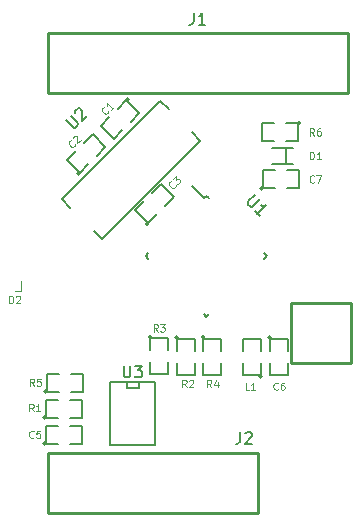
<source format=gbr>
G04 #@! TF.FileFunction,Legend,Top*
%FSLAX46Y46*%
G04 Gerber Fmt 4.6, Leading zero omitted, Abs format (unit mm)*
G04 Created by KiCad (PCBNEW (2015-08-30 BZR 6133)-product) date Fr 30 Okt 2015 20:46:54 CET*
%MOMM*%
G01*
G04 APERTURE LIST*
%ADD10C,0.100000*%
%ADD11C,0.127000*%
%ADD12C,0.254000*%
%ADD13C,0.203200*%
%ADD14C,0.101600*%
%ADD15C,0.150000*%
G04 APERTURE END LIST*
D10*
D11*
X98365000Y-105359000D02*
G75*
G03X98365000Y-105359000I-127000J0D01*
G01*
X98238000Y-106502000D02*
X98238000Y-105486000D01*
X98238000Y-105486000D02*
X99762000Y-105486000D01*
X99762000Y-105486000D02*
X99762000Y-106502000D01*
X99762000Y-107518000D02*
X99762000Y-108534000D01*
X99762000Y-108534000D02*
X98238000Y-108534000D01*
X98238000Y-108534000D02*
X98238000Y-107518000D01*
X100615000Y-105359000D02*
G75*
G03X100615000Y-105359000I-127000J0D01*
G01*
X100488000Y-106502000D02*
X100488000Y-105486000D01*
X100488000Y-105486000D02*
X102012000Y-105486000D01*
X102012000Y-105486000D02*
X102012000Y-106502000D01*
X102012000Y-107518000D02*
X102012000Y-108534000D01*
X102012000Y-108534000D02*
X100488000Y-108534000D01*
X100488000Y-108534000D02*
X100488000Y-107518000D01*
D12*
X87305000Y-120240000D02*
X105085000Y-120240000D01*
X105085000Y-115160000D02*
X87305000Y-115160000D01*
X105085000Y-115160000D02*
X105085000Y-120240000D01*
X87305000Y-120240000D02*
X87305000Y-115160000D01*
X87305000Y-84680000D02*
X112705000Y-84680000D01*
X87305000Y-79600000D02*
X112705000Y-79600000D01*
X112705000Y-79600000D02*
X112705000Y-84680000D01*
X87305000Y-84680000D02*
X87305000Y-79600000D01*
D11*
X95858901Y-95745730D02*
G75*
G03X95858901Y-95745730I-127000J0D01*
G01*
X96540124Y-94937507D02*
X95821704Y-95655927D01*
X95821704Y-95655927D02*
X94744073Y-94578296D01*
X94744073Y-94578296D02*
X95462493Y-93859876D01*
X96180914Y-93141455D02*
X96899334Y-92423035D01*
X96899334Y-92423035D02*
X97976965Y-93500666D01*
X97976965Y-93500666D02*
X97258545Y-94219086D01*
X94204137Y-85230232D02*
G75*
G03X94204137Y-85230232I-127000J0D01*
G01*
X93268914Y-86038455D02*
X93987334Y-85320035D01*
X93987334Y-85320035D02*
X95064965Y-86397666D01*
X95064965Y-86397666D02*
X94346545Y-87116086D01*
X93628124Y-87834507D02*
X92909704Y-88552927D01*
X92909704Y-88552927D02*
X91832073Y-87475296D01*
X91832073Y-87475296D02*
X92550493Y-86756876D01*
X90073382Y-91516249D02*
G75*
G03X90073382Y-91516249I-127000J0D01*
G01*
X90754605Y-90708026D02*
X90036185Y-91426446D01*
X90036185Y-91426446D02*
X88958554Y-90348815D01*
X88958554Y-90348815D02*
X89676974Y-89630395D01*
X90395395Y-88911974D02*
X91113815Y-88193554D01*
X91113815Y-88193554D02*
X92191446Y-89271185D01*
X92191446Y-89271185D02*
X91473026Y-89989605D01*
X87203500Y-114372000D02*
G75*
G03X87203500Y-114372000I-127000J0D01*
G01*
X88219500Y-114372000D02*
X87203500Y-114372000D01*
X87203500Y-114372000D02*
X87203500Y-112848000D01*
X87203500Y-112848000D02*
X88219500Y-112848000D01*
X89235500Y-112848000D02*
X90251500Y-112848000D01*
X90251500Y-112848000D02*
X90251500Y-114372000D01*
X90251500Y-114372000D02*
X89235500Y-114372000D01*
X106228000Y-105381000D02*
G75*
G03X106228000Y-105381000I-127000J0D01*
G01*
X106101000Y-106524000D02*
X106101000Y-105508000D01*
X106101000Y-105508000D02*
X107625000Y-105508000D01*
X107625000Y-105508000D02*
X107625000Y-106524000D01*
X107625000Y-107540000D02*
X107625000Y-108556000D01*
X107625000Y-108556000D02*
X106101000Y-108556000D01*
X106101000Y-108556000D02*
X106101000Y-107540000D01*
X105523500Y-92762000D02*
G75*
G03X105523500Y-92762000I-127000J0D01*
G01*
X106539500Y-92762000D02*
X105523500Y-92762000D01*
X105523500Y-92762000D02*
X105523500Y-91238000D01*
X105523500Y-91238000D02*
X106539500Y-91238000D01*
X107555500Y-91238000D02*
X108571500Y-91238000D01*
X108571500Y-91238000D02*
X108571500Y-92762000D01*
X108571500Y-92762000D02*
X107555500Y-92762000D01*
X105466000Y-108683000D02*
G75*
G03X105466000Y-108683000I-127000J0D01*
G01*
X105339000Y-107540000D02*
X105339000Y-108556000D01*
X105339000Y-108556000D02*
X103815000Y-108556000D01*
X103815000Y-108556000D02*
X103815000Y-107540000D01*
X103815000Y-106524000D02*
X103815000Y-105508000D01*
X103815000Y-105508000D02*
X105339000Y-105508000D01*
X105339000Y-105508000D02*
X105339000Y-106524000D01*
X87203500Y-112172000D02*
G75*
G03X87203500Y-112172000I-127000J0D01*
G01*
X88219500Y-112172000D02*
X87203500Y-112172000D01*
X87203500Y-112172000D02*
X87203500Y-110648000D01*
X87203500Y-110648000D02*
X88219500Y-110648000D01*
X89235500Y-110648000D02*
X90251500Y-110648000D01*
X90251500Y-110648000D02*
X90251500Y-112172000D01*
X90251500Y-112172000D02*
X89235500Y-112172000D01*
X96115000Y-105311500D02*
G75*
G03X96115000Y-105311500I-127000J0D01*
G01*
X95988000Y-106454500D02*
X95988000Y-105438500D01*
X95988000Y-105438500D02*
X97512000Y-105438500D01*
X97512000Y-105438500D02*
X97512000Y-106454500D01*
X97512000Y-107470500D02*
X97512000Y-108486500D01*
X97512000Y-108486500D02*
X95988000Y-108486500D01*
X95988000Y-108486500D02*
X95988000Y-107470500D01*
X87251000Y-109972000D02*
G75*
G03X87251000Y-109972000I-127000J0D01*
G01*
X88267000Y-109972000D02*
X87251000Y-109972000D01*
X87251000Y-109972000D02*
X87251000Y-108448000D01*
X87251000Y-108448000D02*
X88267000Y-108448000D01*
X89283000Y-108448000D02*
X90299000Y-108448000D01*
X90299000Y-108448000D02*
X90299000Y-109972000D01*
X90299000Y-109972000D02*
X89283000Y-109972000D01*
X108730500Y-87238000D02*
G75*
G03X108730500Y-87238000I-127000J0D01*
G01*
X107460500Y-87238000D02*
X108476500Y-87238000D01*
X108476500Y-87238000D02*
X108476500Y-88762000D01*
X108476500Y-88762000D02*
X107460500Y-88762000D01*
X106444500Y-88762000D02*
X105428500Y-88762000D01*
X105428500Y-88762000D02*
X105428500Y-87238000D01*
X105428500Y-87238000D02*
X106444500Y-87238000D01*
D13*
X92722000Y-109143000D02*
X92595000Y-109143000D01*
X92595000Y-109143000D02*
X92595000Y-114477000D01*
X96405000Y-114477000D02*
X96405000Y-109143000D01*
X96405000Y-109143000D02*
X92722000Y-109143000D01*
X95008000Y-109143000D02*
X95008000Y-109651000D01*
X95008000Y-109651000D02*
X93992000Y-109651000D01*
X93992000Y-109651000D02*
X93992000Y-109143000D01*
X96405000Y-114477000D02*
X92595000Y-114477000D01*
D11*
X107526540Y-89324360D02*
X107526540Y-90675640D01*
X106276860Y-89324360D02*
X108075180Y-89324360D01*
X108075180Y-90675640D02*
X106276860Y-90675640D01*
D13*
X96854753Y-85335711D02*
X97562397Y-86043355D01*
X100249289Y-88730247D02*
X99541645Y-88022603D01*
X91904835Y-97074701D02*
X91197191Y-96367057D01*
X88510299Y-93680165D02*
X89217943Y-94387809D01*
X96854753Y-85335711D02*
X88510299Y-93680165D01*
X91904835Y-97074701D02*
X100249289Y-88730247D01*
D12*
X113040000Y-102460000D02*
X107960000Y-102460000D01*
X107960000Y-102460000D02*
X107960000Y-107540000D01*
X107960000Y-107540000D02*
X113040000Y-107540000D01*
X113040000Y-107540000D02*
X113040000Y-102460000D01*
D14*
X85099120Y-100637980D02*
X85099120Y-101448240D01*
X85099120Y-101448240D02*
X84520000Y-101448240D01*
D15*
X100750000Y-93373476D02*
X100520190Y-93603286D01*
X105876524Y-98500000D02*
X105646714Y-98729810D01*
X100750000Y-103626524D02*
X100979810Y-103396714D01*
X95623476Y-98500000D02*
X95853286Y-98270190D01*
X100750000Y-93373476D02*
X100979810Y-93603286D01*
X95623476Y-98500000D02*
X95853286Y-98729810D01*
X100750000Y-103626524D02*
X100520190Y-103396714D01*
X105876524Y-98500000D02*
X105646714Y-98270190D01*
X100520190Y-93603286D02*
X99512563Y-92595658D01*
D14*
X99073401Y-109585771D02*
X98870201Y-109295486D01*
X98725058Y-109585771D02*
X98725058Y-108976171D01*
X98957286Y-108976171D01*
X99015344Y-109005200D01*
X99044372Y-109034229D01*
X99073401Y-109092286D01*
X99073401Y-109179371D01*
X99044372Y-109237429D01*
X99015344Y-109266457D01*
X98957286Y-109295486D01*
X98725058Y-109295486D01*
X99305629Y-109034229D02*
X99334658Y-109005200D01*
X99392715Y-108976171D01*
X99537858Y-108976171D01*
X99595915Y-109005200D01*
X99624944Y-109034229D01*
X99653972Y-109092286D01*
X99653972Y-109150343D01*
X99624944Y-109237429D01*
X99276601Y-109585771D01*
X99653972Y-109585771D01*
X101173401Y-109585771D02*
X100970201Y-109295486D01*
X100825058Y-109585771D02*
X100825058Y-108976171D01*
X101057286Y-108976171D01*
X101115344Y-109005200D01*
X101144372Y-109034229D01*
X101173401Y-109092286D01*
X101173401Y-109179371D01*
X101144372Y-109237429D01*
X101115344Y-109266457D01*
X101057286Y-109295486D01*
X100825058Y-109295486D01*
X101695915Y-109179371D02*
X101695915Y-109585771D01*
X101550772Y-108947143D02*
X101405629Y-109382571D01*
X101783001Y-109382571D01*
D15*
X103611667Y-113402381D02*
X103611667Y-114116667D01*
X103564047Y-114259524D01*
X103468809Y-114354762D01*
X103325952Y-114402381D01*
X103230714Y-114402381D01*
X104040238Y-113497619D02*
X104087857Y-113450000D01*
X104183095Y-113402381D01*
X104421191Y-113402381D01*
X104516429Y-113450000D01*
X104564048Y-113497619D01*
X104611667Y-113592857D01*
X104611667Y-113688095D01*
X104564048Y-113830952D01*
X103992619Y-114402381D01*
X104611667Y-114402381D01*
X99671667Y-77892381D02*
X99671667Y-78606667D01*
X99624047Y-78749524D01*
X99528809Y-78844762D01*
X99385952Y-78892381D01*
X99290714Y-78892381D01*
X100671667Y-78892381D02*
X100100238Y-78892381D01*
X100385952Y-78892381D02*
X100385952Y-77892381D01*
X100290714Y-78035238D01*
X100195476Y-78130476D01*
X100100238Y-78178095D01*
D14*
X98142625Y-92515270D02*
X98142625Y-92556324D01*
X98101571Y-92638429D01*
X98060519Y-92679481D01*
X97978415Y-92720534D01*
X97896309Y-92720534D01*
X97834731Y-92700008D01*
X97732098Y-92638429D01*
X97670520Y-92576850D01*
X97608941Y-92474218D01*
X97588414Y-92412639D01*
X97588415Y-92330534D01*
X97629467Y-92248429D01*
X97670519Y-92207376D01*
X97752625Y-92166324D01*
X97793678Y-92166324D01*
X97896309Y-91981586D02*
X98163151Y-91714745D01*
X98183677Y-92022640D01*
X98245256Y-91961061D01*
X98306835Y-91940535D01*
X98347888Y-91940534D01*
X98409466Y-91961061D01*
X98512098Y-92063692D01*
X98532624Y-92125271D01*
X98532624Y-92166324D01*
X98512098Y-92227902D01*
X98388940Y-92351060D01*
X98327361Y-92371587D01*
X98286309Y-92371586D01*
X92457105Y-86235788D02*
X92457105Y-86276842D01*
X92416051Y-86358947D01*
X92374999Y-86399999D01*
X92292895Y-86441052D01*
X92210789Y-86441052D01*
X92149211Y-86420526D01*
X92046578Y-86358947D01*
X91985000Y-86297368D01*
X91923421Y-86194736D01*
X91902894Y-86133157D01*
X91902895Y-86051052D01*
X91943947Y-85968947D01*
X91984999Y-85927894D01*
X92067105Y-85886842D01*
X92108158Y-85886842D01*
X92908683Y-85866315D02*
X92662367Y-86112631D01*
X92785525Y-85989473D02*
X92354473Y-85558420D01*
X92375000Y-85661052D01*
X92374999Y-85743158D01*
X92354473Y-85804737D01*
X89657106Y-89035788D02*
X89657106Y-89076842D01*
X89616052Y-89158947D01*
X89575000Y-89199999D01*
X89492896Y-89241052D01*
X89410790Y-89241052D01*
X89349212Y-89220526D01*
X89246579Y-89158947D01*
X89185001Y-89097368D01*
X89123422Y-88994736D01*
X89102895Y-88933157D01*
X89102896Y-88851052D01*
X89143948Y-88768947D01*
X89185000Y-88727894D01*
X89267106Y-88686842D01*
X89308159Y-88686842D01*
X89472369Y-88522632D02*
X89472369Y-88481579D01*
X89492895Y-88419999D01*
X89595527Y-88317368D01*
X89657106Y-88296842D01*
X89698159Y-88296842D01*
X89759737Y-88317369D01*
X89800790Y-88358421D01*
X89841843Y-88440526D01*
X89841842Y-88933157D01*
X90108684Y-88666315D01*
X86125901Y-113827714D02*
X86096872Y-113856743D01*
X86009786Y-113885771D01*
X85951729Y-113885771D01*
X85864644Y-113856743D01*
X85806586Y-113798686D01*
X85777558Y-113740629D01*
X85748529Y-113624514D01*
X85748529Y-113537429D01*
X85777558Y-113421314D01*
X85806586Y-113363257D01*
X85864644Y-113305200D01*
X85951729Y-113276171D01*
X86009786Y-113276171D01*
X86096872Y-113305200D01*
X86125901Y-113334229D01*
X86677444Y-113276171D02*
X86387158Y-113276171D01*
X86358129Y-113566457D01*
X86387158Y-113537429D01*
X86445215Y-113508400D01*
X86590358Y-113508400D01*
X86648415Y-113537429D01*
X86677444Y-113566457D01*
X86706472Y-113624514D01*
X86706472Y-113769657D01*
X86677444Y-113827714D01*
X86648415Y-113856743D01*
X86590358Y-113885771D01*
X86445215Y-113885771D01*
X86387158Y-113856743D01*
X86358129Y-113827714D01*
X106811401Y-109749714D02*
X106782372Y-109778743D01*
X106695286Y-109807771D01*
X106637229Y-109807771D01*
X106550144Y-109778743D01*
X106492086Y-109720686D01*
X106463058Y-109662629D01*
X106434029Y-109546514D01*
X106434029Y-109459429D01*
X106463058Y-109343314D01*
X106492086Y-109285257D01*
X106550144Y-109227200D01*
X106637229Y-109198171D01*
X106695286Y-109198171D01*
X106782372Y-109227200D01*
X106811401Y-109256229D01*
X107333915Y-109198171D02*
X107217801Y-109198171D01*
X107159744Y-109227200D01*
X107130715Y-109256229D01*
X107072658Y-109343314D01*
X107043629Y-109459429D01*
X107043629Y-109691657D01*
X107072658Y-109749714D01*
X107101686Y-109778743D01*
X107159744Y-109807771D01*
X107275858Y-109807771D01*
X107333915Y-109778743D01*
X107362944Y-109749714D01*
X107391972Y-109691657D01*
X107391972Y-109546514D01*
X107362944Y-109488457D01*
X107333915Y-109459429D01*
X107275858Y-109430400D01*
X107159744Y-109430400D01*
X107101686Y-109459429D01*
X107072658Y-109488457D01*
X107043629Y-109546514D01*
X109873401Y-92217714D02*
X109844372Y-92246743D01*
X109757286Y-92275771D01*
X109699229Y-92275771D01*
X109612144Y-92246743D01*
X109554086Y-92188686D01*
X109525058Y-92130629D01*
X109496029Y-92014514D01*
X109496029Y-91927429D01*
X109525058Y-91811314D01*
X109554086Y-91753257D01*
X109612144Y-91695200D01*
X109699229Y-91666171D01*
X109757286Y-91666171D01*
X109844372Y-91695200D01*
X109873401Y-91724229D01*
X110076601Y-91666171D02*
X110483001Y-91666171D01*
X110221744Y-92275771D01*
X104375401Y-109807771D02*
X104085115Y-109807771D01*
X104085115Y-109198171D01*
X104897915Y-109807771D02*
X104549572Y-109807771D01*
X104723744Y-109807771D02*
X104723744Y-109198171D01*
X104665687Y-109285257D01*
X104607629Y-109343314D01*
X104549572Y-109372343D01*
X86125901Y-111635771D02*
X85922701Y-111345486D01*
X85777558Y-111635771D02*
X85777558Y-111026171D01*
X86009786Y-111026171D01*
X86067844Y-111055200D01*
X86096872Y-111084229D01*
X86125901Y-111142286D01*
X86125901Y-111229371D01*
X86096872Y-111287429D01*
X86067844Y-111316457D01*
X86009786Y-111345486D01*
X85777558Y-111345486D01*
X86706472Y-111635771D02*
X86358129Y-111635771D01*
X86532301Y-111635771D02*
X86532301Y-111026171D01*
X86474244Y-111113257D01*
X86416186Y-111171314D01*
X86358129Y-111200343D01*
X96648401Y-104885771D02*
X96445201Y-104595486D01*
X96300058Y-104885771D02*
X96300058Y-104276171D01*
X96532286Y-104276171D01*
X96590344Y-104305200D01*
X96619372Y-104334229D01*
X96648401Y-104392286D01*
X96648401Y-104479371D01*
X96619372Y-104537429D01*
X96590344Y-104566457D01*
X96532286Y-104595486D01*
X96300058Y-104595486D01*
X96851601Y-104276171D02*
X97228972Y-104276171D01*
X97025772Y-104508400D01*
X97112858Y-104508400D01*
X97170915Y-104537429D01*
X97199944Y-104566457D01*
X97228972Y-104624514D01*
X97228972Y-104769657D01*
X97199944Y-104827714D01*
X97170915Y-104856743D01*
X97112858Y-104885771D01*
X96938686Y-104885771D01*
X96880629Y-104856743D01*
X96851601Y-104827714D01*
X86173401Y-109485771D02*
X85970201Y-109195486D01*
X85825058Y-109485771D02*
X85825058Y-108876171D01*
X86057286Y-108876171D01*
X86115344Y-108905200D01*
X86144372Y-108934229D01*
X86173401Y-108992286D01*
X86173401Y-109079371D01*
X86144372Y-109137429D01*
X86115344Y-109166457D01*
X86057286Y-109195486D01*
X85825058Y-109195486D01*
X86724944Y-108876171D02*
X86434658Y-108876171D01*
X86405629Y-109166457D01*
X86434658Y-109137429D01*
X86492715Y-109108400D01*
X86637858Y-109108400D01*
X86695915Y-109137429D01*
X86724944Y-109166457D01*
X86753972Y-109224514D01*
X86753972Y-109369657D01*
X86724944Y-109427714D01*
X86695915Y-109456743D01*
X86637858Y-109485771D01*
X86492715Y-109485771D01*
X86434658Y-109456743D01*
X86405629Y-109427714D01*
X109873401Y-88285771D02*
X109670201Y-87995486D01*
X109525058Y-88285771D02*
X109525058Y-87676171D01*
X109757286Y-87676171D01*
X109815344Y-87705200D01*
X109844372Y-87734229D01*
X109873401Y-87792286D01*
X109873401Y-87879371D01*
X109844372Y-87937429D01*
X109815344Y-87966457D01*
X109757286Y-87995486D01*
X109525058Y-87995486D01*
X110395915Y-87676171D02*
X110279801Y-87676171D01*
X110221744Y-87705200D01*
X110192715Y-87734229D01*
X110134658Y-87821314D01*
X110105629Y-87937429D01*
X110105629Y-88169657D01*
X110134658Y-88227714D01*
X110163686Y-88256743D01*
X110221744Y-88285771D01*
X110337858Y-88285771D01*
X110395915Y-88256743D01*
X110424944Y-88227714D01*
X110453972Y-88169657D01*
X110453972Y-88024514D01*
X110424944Y-87966457D01*
X110395915Y-87937429D01*
X110337858Y-87908400D01*
X110221744Y-87908400D01*
X110163686Y-87937429D01*
X110134658Y-87966457D01*
X110105629Y-88024514D01*
D15*
X93738095Y-107762381D02*
X93738095Y-108571905D01*
X93785714Y-108667143D01*
X93833333Y-108714762D01*
X93928571Y-108762381D01*
X94119048Y-108762381D01*
X94214286Y-108714762D01*
X94261905Y-108667143D01*
X94309524Y-108571905D01*
X94309524Y-107762381D01*
X94690476Y-107762381D02*
X95309524Y-107762381D01*
X94976190Y-108143333D01*
X95119048Y-108143333D01*
X95214286Y-108190952D01*
X95261905Y-108238571D01*
X95309524Y-108333810D01*
X95309524Y-108571905D01*
X95261905Y-108667143D01*
X95214286Y-108714762D01*
X95119048Y-108762381D01*
X94833333Y-108762381D01*
X94738095Y-108714762D01*
X94690476Y-108667143D01*
D14*
X109525058Y-90275771D02*
X109525058Y-89666171D01*
X109670201Y-89666171D01*
X109757286Y-89695200D01*
X109815344Y-89753257D01*
X109844372Y-89811314D01*
X109873401Y-89927429D01*
X109873401Y-90014514D01*
X109844372Y-90130629D01*
X109815344Y-90188686D01*
X109757286Y-90246743D01*
X109670201Y-90275771D01*
X109525058Y-90275771D01*
X110453972Y-90275771D02*
X110105629Y-90275771D01*
X110279801Y-90275771D02*
X110279801Y-89666171D01*
X110221744Y-89753257D01*
X110163686Y-89811314D01*
X110105629Y-89840343D01*
D15*
X88853821Y-87006729D02*
X89426241Y-87579149D01*
X89527256Y-87612821D01*
X89594599Y-87612821D01*
X89695614Y-87579149D01*
X89830302Y-87444461D01*
X89863974Y-87343446D01*
X89863974Y-87276103D01*
X89830302Y-87175088D01*
X89257882Y-86602668D01*
X89628271Y-86366966D02*
X89628271Y-86299622D01*
X89661943Y-86198607D01*
X89830302Y-86030248D01*
X89931317Y-85996576D01*
X89998661Y-85996576D01*
X90099676Y-86030248D01*
X90167019Y-86097591D01*
X90234363Y-86232278D01*
X90234363Y-87040401D01*
X90672096Y-86602668D01*
D14*
X84061058Y-102481771D02*
X84061058Y-101872171D01*
X84206201Y-101872171D01*
X84293286Y-101901200D01*
X84351344Y-101959257D01*
X84380372Y-102017314D01*
X84409401Y-102133429D01*
X84409401Y-102220514D01*
X84380372Y-102336629D01*
X84351344Y-102394686D01*
X84293286Y-102452743D01*
X84206201Y-102481771D01*
X84061058Y-102481771D01*
X84641629Y-101930229D02*
X84670658Y-101901200D01*
X84728715Y-101872171D01*
X84873858Y-101872171D01*
X84931915Y-101901200D01*
X84960944Y-101930229D01*
X84989972Y-101988286D01*
X84989972Y-102046343D01*
X84960944Y-102133429D01*
X84612601Y-102481771D01*
X84989972Y-102481771D01*
D15*
X104876473Y-93296031D02*
X104304053Y-93868451D01*
X104270381Y-93969466D01*
X104270381Y-94036809D01*
X104304053Y-94137824D01*
X104438741Y-94272512D01*
X104539756Y-94306184D01*
X104607099Y-94306184D01*
X104708114Y-94272512D01*
X105280534Y-93700092D01*
X105280534Y-95114306D02*
X104876473Y-94710244D01*
X105078503Y-94912275D02*
X105785610Y-94205168D01*
X105617251Y-94238840D01*
X105482565Y-94238840D01*
X105381549Y-94205168D01*
M02*

</source>
